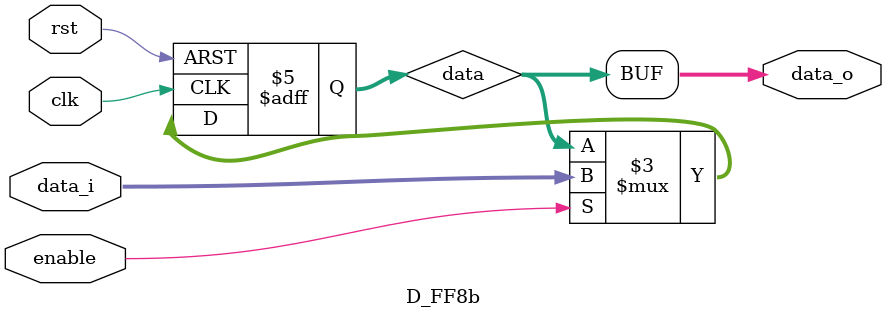
<source format=sv>
module D_FF8b
#(parameter WIDTH=8) // fill number of bits 
(
	input logic clk, rst, enable,
	input logic [WIDTH-1:0] data_i,
	output logic [WIDTH-1:0] data_o
);
reg [WIDTH-1:0] data;
always_ff@ (posedge clk, posedge rst) 
	if (rst) begin
		data <= 0;
	end else 
	if (enable) begin
		data <= data_i;
	end else begin
		data <= data;
	end
assign data_o=data;
endmodule 
</source>
